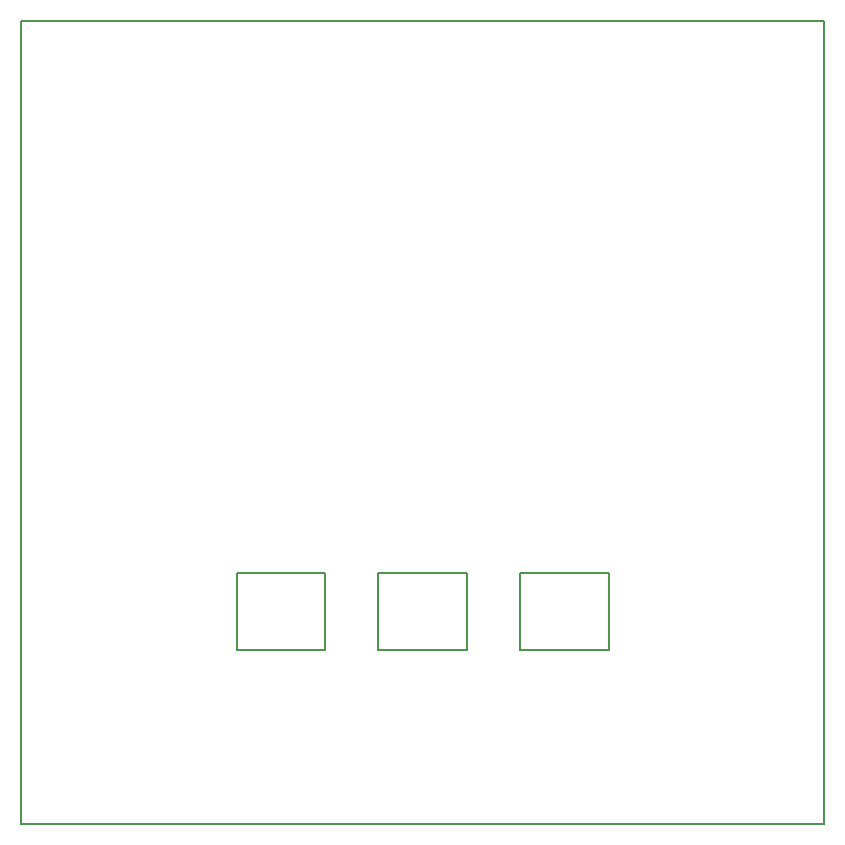
<source format=gbr>
G04 #@! TF.GenerationSoftware,KiCad,Pcbnew,5.0.0-fee4fd1~66~ubuntu16.04.1*
G04 #@! TF.CreationDate,2018-10-04T19:15:53+02:00*
G04 #@! TF.ProjectId,roomthermostat,726F6F6D746865726D6F737461742E6B,A*
G04 #@! TF.SameCoordinates,Original*
G04 #@! TF.FileFunction,Profile,NP*
%FSLAX46Y46*%
G04 Gerber Fmt 4.6, Leading zero omitted, Abs format (unit mm)*
G04 Created by KiCad (PCBNEW 5.0.0-fee4fd1~66~ubuntu16.04.1) date Thu Oct  4 19:15:53 2018*
%MOMM*%
%LPD*%
G01*
G04 APERTURE LIST*
%ADD10C,0.200000*%
%ADD11C,0.150000*%
G04 APERTURE END LIST*
D10*
X112665000Y-113120000D02*
X105165000Y-113120000D01*
X112665000Y-119620000D02*
X112665000Y-113120000D01*
X105165000Y-119620000D02*
X112665000Y-119620000D01*
X105165000Y-113120000D02*
X105165000Y-119620000D01*
D11*
X93165000Y-119620000D02*
X93165000Y-113120000D01*
X100665000Y-119620000D02*
X93165000Y-119620000D01*
X100665000Y-113120000D02*
X100665000Y-119620000D01*
X93165000Y-113120000D02*
X100665000Y-113120000D01*
X81165000Y-113120000D02*
X81165000Y-119620000D01*
X88665000Y-113120000D02*
X81165000Y-113120000D01*
X88665000Y-119620000D02*
X88665000Y-113120000D01*
X81165000Y-119620000D02*
X88665000Y-119620000D01*
X62915000Y-134370000D02*
X62915000Y-66370000D01*
X130915000Y-134370000D02*
X62915000Y-134370000D01*
X130915000Y-66370000D02*
X130915000Y-134370000D01*
X62915000Y-66370000D02*
X130915000Y-66370000D01*
M02*

</source>
